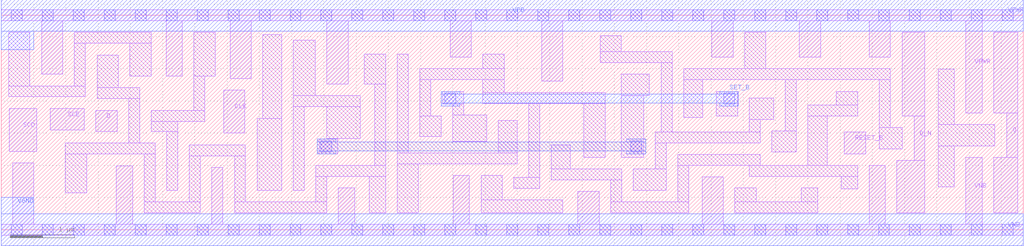
<source format=lef>
# Copyright 2020 The SkyWater PDK Authors
#
# Licensed under the Apache License, Version 2.0 (the "License");
# you may not use this file except in compliance with the License.
# You may obtain a copy of the License at
#
#     https://www.apache.org/licenses/LICENSE-2.0
#
# Unless required by applicable law or agreed to in writing, software
# distributed under the License is distributed on an "AS IS" BASIS,
# WITHOUT WARRANTIES OR CONDITIONS OF ANY KIND, either express or implied.
# See the License for the specific language governing permissions and
# limitations under the License.
#
# SPDX-License-Identifier: Apache-2.0

VERSION 5.7 ;
  NOWIREEXTENSIONATPIN ON ;
  DIVIDERCHAR "/" ;
  BUSBITCHARS "[]" ;
MACRO sky130_fd_sc_lp__sdfbbp_1
  CLASS CORE ;
  FOREIGN sky130_fd_sc_lp__sdfbbp_1 ;
  ORIGIN  0.000000  0.000000 ;
  SIZE  15.84000 BY  3.330000 ;
  SYMMETRY X Y R90 ;
  SITE unit ;
  PIN D
    ANTENNAGATEAREA  0.159000 ;
    DIRECTION INPUT ;
    USE SIGNAL ;
    PORT
      LAYER li1 ;
        RECT 1.465000 1.525000 1.795000 1.855000 ;
    END
  END D
  PIN Q
    ANTENNADIFFAREA  0.598500 ;
    DIRECTION OUTPUT ;
    USE SIGNAL ;
    PORT
      LAYER li1 ;
        RECT 15.380000 0.265000 15.750000 1.125000 ;
        RECT 15.380000 1.815000 15.750000 3.065000 ;
        RECT 15.580000 1.125000 15.750000 1.815000 ;
    END
  END Q
  PIN Q_N
    ANTENNADIFFAREA  0.598500 ;
    DIRECTION OUTPUT ;
    USE SIGNAL ;
    PORT
      LAYER li1 ;
        RECT 13.880000 0.265000 14.315000 1.075000 ;
        RECT 13.960000 1.765000 14.315000 3.065000 ;
        RECT 14.145000 1.075000 14.315000 1.765000 ;
    END
  END Q_N
  PIN RESET_B
    ANTENNAGATEAREA  0.159000 ;
    DIRECTION INPUT ;
    USE SIGNAL ;
    PORT
      LAYER li1 ;
        RECT 13.065000 1.180000 13.395000 1.515000 ;
    END
  END RESET_B
  PIN SCD
    ANTENNAGATEAREA  0.159000 ;
    DIRECTION INPUT ;
    USE SIGNAL ;
    PORT
      LAYER li1 ;
        RECT 0.125000 1.215000 0.550000 1.885000 ;
    END
  END SCD
  PIN SCE
    ANTENNAGATEAREA  0.318000 ;
    DIRECTION INPUT ;
    USE SIGNAL ;
    PORT
      LAYER li1 ;
        RECT 0.760000 1.550000 1.285000 1.880000 ;
    END
  END SCE
  PIN SET_B
    ANTENNAGATEAREA  0.444000 ;
    DIRECTION INPUT ;
    USE SIGNAL ;
    PORT
      LAYER met1 ;
        RECT  6.815000 1.920000  7.105000 1.965000 ;
        RECT  6.815000 1.965000 11.425000 2.105000 ;
        RECT  6.815000 2.105000  7.105000 2.150000 ;
        RECT 11.135000 1.920000 11.425000 1.965000 ;
        RECT 11.135000 2.105000 11.425000 2.150000 ;
    END
  END SET_B
  PIN CLK
    ANTENNAGATEAREA  0.159000 ;
    DIRECTION INPUT ;
    USE CLOCK ;
    PORT
      LAYER li1 ;
        RECT 3.445000 1.500000 3.775000 2.170000 ;
    END
  END CLK
  PIN VGND
    DIRECTION INOUT ;
    USE GROUND ;
    PORT
      LAYER met1 ;
        RECT 0.000000 -0.245000 15.840000 0.245000 ;
        RECT 0.000000  0.245000  0.500000 0.500000 ;
    END
  END VGND
  PIN VNB
    DIRECTION INOUT ;
    USE GROUND ;
    PORT
      LAYER li1 ;
        RECT  0.000000 -0.085000 15.840000 0.085000 ;
        RECT  0.175000  0.085000  0.505000 1.035000 ;
        RECT  1.785000  0.085000  2.035000 0.995000 ;
        RECT  3.265000  0.085000  3.435000 0.970000 ;
        RECT  5.225000  0.085000  5.475000 0.650000 ;
        RECT  7.005000  0.085000  7.255000 0.845000 ;
        RECT  8.935000  0.085000  9.265000 0.595000 ;
        RECT 10.860000  0.085000 11.190000 0.820000 ;
        RECT 13.450000  0.085000 13.700000 1.000000 ;
        RECT 14.950000  0.085000 15.200000 1.125000 ;
      LAYER mcon ;
        RECT  0.155000 -0.085000  0.325000 0.085000 ;
        RECT  0.635000 -0.085000  0.805000 0.085000 ;
        RECT  1.115000 -0.085000  1.285000 0.085000 ;
        RECT  1.595000 -0.085000  1.765000 0.085000 ;
        RECT  2.075000 -0.085000  2.245000 0.085000 ;
        RECT  2.555000 -0.085000  2.725000 0.085000 ;
        RECT  3.035000 -0.085000  3.205000 0.085000 ;
        RECT  3.515000 -0.085000  3.685000 0.085000 ;
        RECT  3.995000 -0.085000  4.165000 0.085000 ;
        RECT  4.475000 -0.085000  4.645000 0.085000 ;
        RECT  4.955000 -0.085000  5.125000 0.085000 ;
        RECT  5.435000 -0.085000  5.605000 0.085000 ;
        RECT  5.915000 -0.085000  6.085000 0.085000 ;
        RECT  6.395000 -0.085000  6.565000 0.085000 ;
        RECT  6.875000 -0.085000  7.045000 0.085000 ;
        RECT  7.355000 -0.085000  7.525000 0.085000 ;
        RECT  7.835000 -0.085000  8.005000 0.085000 ;
        RECT  8.315000 -0.085000  8.485000 0.085000 ;
        RECT  8.795000 -0.085000  8.965000 0.085000 ;
        RECT  9.275000 -0.085000  9.445000 0.085000 ;
        RECT  9.755000 -0.085000  9.925000 0.085000 ;
        RECT 10.235000 -0.085000 10.405000 0.085000 ;
        RECT 10.715000 -0.085000 10.885000 0.085000 ;
        RECT 11.195000 -0.085000 11.365000 0.085000 ;
        RECT 11.675000 -0.085000 11.845000 0.085000 ;
        RECT 12.155000 -0.085000 12.325000 0.085000 ;
        RECT 12.635000 -0.085000 12.805000 0.085000 ;
        RECT 13.115000 -0.085000 13.285000 0.085000 ;
        RECT 13.595000 -0.085000 13.765000 0.085000 ;
        RECT 14.075000 -0.085000 14.245000 0.085000 ;
        RECT 14.555000 -0.085000 14.725000 0.085000 ;
        RECT 15.035000 -0.085000 15.205000 0.085000 ;
        RECT 15.515000 -0.085000 15.685000 0.085000 ;
    END
  END VNB
  PIN VPB
    DIRECTION INOUT ;
    USE POWER ;
    PORT
      LAYER met1 ;
        RECT 0.000000 2.800000  0.500000 3.085000 ;
        RECT 0.000000 3.085000 15.840000 3.575000 ;
    END
  END VPB
  PIN VPWR
    DIRECTION INOUT ;
    USE POWER ;
    PORT
      LAYER li1 ;
        RECT  0.000000 3.245000 15.840000 3.415000 ;
        RECT  0.625000 2.415000  0.955000 3.245000 ;
        RECT  2.555000 2.385000  2.805000 3.245000 ;
        RECT  3.545000 2.350000  3.875000 3.245000 ;
        RECT  5.045000 2.265000  5.375000 3.245000 ;
        RECT  6.955000 2.680000  7.285000 3.245000 ;
        RECT  8.375000 2.310000  8.705000 3.245000 ;
        RECT 11.010000 2.680000 11.340000 3.245000 ;
        RECT 12.370000 2.680000 12.700000 3.245000 ;
        RECT 13.450000 2.680000 13.780000 3.245000 ;
        RECT 14.950000 1.815000 15.200000 3.245000 ;
      LAYER mcon ;
        RECT  0.155000 3.245000  0.325000 3.415000 ;
        RECT  0.635000 3.245000  0.805000 3.415000 ;
        RECT  1.115000 3.245000  1.285000 3.415000 ;
        RECT  1.595000 3.245000  1.765000 3.415000 ;
        RECT  2.075000 3.245000  2.245000 3.415000 ;
        RECT  2.555000 3.245000  2.725000 3.415000 ;
        RECT  3.035000 3.245000  3.205000 3.415000 ;
        RECT  3.515000 3.245000  3.685000 3.415000 ;
        RECT  3.995000 3.245000  4.165000 3.415000 ;
        RECT  4.475000 3.245000  4.645000 3.415000 ;
        RECT  4.955000 3.245000  5.125000 3.415000 ;
        RECT  5.435000 3.245000  5.605000 3.415000 ;
        RECT  5.915000 3.245000  6.085000 3.415000 ;
        RECT  6.395000 3.245000  6.565000 3.415000 ;
        RECT  6.875000 3.245000  7.045000 3.415000 ;
        RECT  7.355000 3.245000  7.525000 3.415000 ;
        RECT  7.835000 3.245000  8.005000 3.415000 ;
        RECT  8.315000 3.245000  8.485000 3.415000 ;
        RECT  8.795000 3.245000  8.965000 3.415000 ;
        RECT  9.275000 3.245000  9.445000 3.415000 ;
        RECT  9.755000 3.245000  9.925000 3.415000 ;
        RECT 10.235000 3.245000 10.405000 3.415000 ;
        RECT 10.715000 3.245000 10.885000 3.415000 ;
        RECT 11.195000 3.245000 11.365000 3.415000 ;
        RECT 11.675000 3.245000 11.845000 3.415000 ;
        RECT 12.155000 3.245000 12.325000 3.415000 ;
        RECT 12.635000 3.245000 12.805000 3.415000 ;
        RECT 13.115000 3.245000 13.285000 3.415000 ;
        RECT 13.595000 3.245000 13.765000 3.415000 ;
        RECT 14.075000 3.245000 14.245000 3.415000 ;
        RECT 14.555000 3.245000 14.725000 3.415000 ;
        RECT 15.035000 3.245000 15.205000 3.415000 ;
        RECT 15.515000 3.245000 15.685000 3.415000 ;
    END
  END VPWR
  OBS
    LAYER li1 ;
      RECT  0.115000 2.065000  1.305000 2.235000 ;
      RECT  0.115000 2.235000  0.445000 3.065000 ;
      RECT  0.995000 0.575000  1.325000 1.175000 ;
      RECT  0.995000 1.175000  2.385000 1.345000 ;
      RECT  1.135000 2.235000  1.305000 2.895000 ;
      RECT  1.135000 2.895000  2.325000 3.065000 ;
      RECT  1.485000 2.035000  2.145000 2.205000 ;
      RECT  1.485000 2.205000  1.815000 2.715000 ;
      RECT  1.975000 1.345000  2.145000 2.035000 ;
      RECT  1.995000 2.385000  2.325000 2.895000 ;
      RECT  2.215000 0.265000  3.085000 0.435000 ;
      RECT  2.215000 0.435000  2.385000 1.175000 ;
      RECT  2.325000 1.525000  2.735000 1.685000 ;
      RECT  2.325000 1.685000  3.155000 1.855000 ;
      RECT  2.565000 0.615000  2.735000 1.525000 ;
      RECT  2.915000 0.435000  3.085000 1.150000 ;
      RECT  2.915000 1.150000  3.785000 1.320000 ;
      RECT  2.985000 1.855000  3.155000 2.385000 ;
      RECT  2.985000 2.385000  3.315000 3.065000 ;
      RECT  3.615000 0.265000  5.045000 0.435000 ;
      RECT  3.615000 0.435000  3.785000 1.150000 ;
      RECT  3.965000 0.615000  4.345000 1.730000 ;
      RECT  4.055000 1.730000  4.345000 3.030000 ;
      RECT  4.525000 0.615000  4.695000 1.915000 ;
      RECT  4.525000 1.915000  5.560000 2.085000 ;
      RECT  4.525000 2.085000  4.865000 2.945000 ;
      RECT  4.875000 0.435000  5.045000 0.830000 ;
      RECT  4.875000 0.830000  5.955000 1.000000 ;
      RECT  4.925000 1.180000  5.215000 1.410000 ;
      RECT  5.045000 1.410000  5.215000 1.415000 ;
      RECT  5.045000 1.415000  5.560000 1.915000 ;
      RECT  5.625000 2.265000  5.955000 2.725000 ;
      RECT  5.705000 0.265000  5.955000 0.830000 ;
      RECT  5.785000 1.000000  5.955000 2.265000 ;
      RECT  6.135000 0.265000  6.465000 1.025000 ;
      RECT  6.135000 1.025000  7.995000 1.195000 ;
      RECT  6.135000 1.195000  6.305000 2.725000 ;
      RECT  6.485000 1.450000  6.815000 1.770000 ;
      RECT  6.485000 1.770000  6.655000 2.330000 ;
      RECT  6.485000 2.330000  7.795000 2.500000 ;
      RECT  6.845000 1.950000  7.165000 2.150000 ;
      RECT  6.995000 1.375000  7.525000 1.780000 ;
      RECT  6.995000 1.780000  7.165000 1.950000 ;
      RECT  7.435000 0.265000  8.705000 0.465000 ;
      RECT  7.435000 0.465000  7.765000 0.845000 ;
      RECT  7.465000 1.960000  9.360000 2.130000 ;
      RECT  7.465000 2.130000  7.795000 2.330000 ;
      RECT  7.465000 2.500000  7.795000 2.725000 ;
      RECT  7.705000 1.195000  7.995000 1.695000 ;
      RECT  7.945000 0.645000  8.345000 0.815000 ;
      RECT  8.175000 0.815000  8.345000 1.960000 ;
      RECT  8.525000 0.775000  9.615000 0.945000 ;
      RECT  8.525000 0.945000  8.820000 1.315000 ;
      RECT  9.030000 1.125000  9.360000 1.960000 ;
      RECT  9.280000 2.595000 10.395000 2.765000 ;
      RECT  9.280000 2.765000  9.610000 3.015000 ;
      RECT  9.445000 0.265000 10.655000 0.435000 ;
      RECT  9.445000 0.435000  9.615000 0.775000 ;
      RECT  9.610000 1.125000  9.955000 2.085000 ;
      RECT  9.610000 2.085000 10.045000 2.415000 ;
      RECT  9.795000 0.615000 10.305000 0.945000 ;
      RECT 10.135000 0.945000 10.305000 1.350000 ;
      RECT 10.135000 1.350000 11.760000 1.520000 ;
      RECT 10.225000 1.520000 10.395000 2.595000 ;
      RECT 10.485000 0.435000 10.655000 1.000000 ;
      RECT 10.485000 1.000000 11.760000 1.170000 ;
      RECT 10.575000 1.745000 10.870000 2.330000 ;
      RECT 10.575000 2.330000 13.780000 2.500000 ;
      RECT 11.080000 1.765000 11.410000 2.150000 ;
      RECT 11.370000 0.265000 12.650000 0.435000 ;
      RECT 11.370000 0.435000 11.700000 0.650000 ;
      RECT 11.520000 2.500000 11.850000 3.065000 ;
      RECT 11.590000 0.830000 13.270000 1.000000 ;
      RECT 11.590000 1.520000 11.760000 1.715000 ;
      RECT 11.590000 1.715000 11.970000 2.045000 ;
      RECT 11.940000 1.205000 12.320000 1.535000 ;
      RECT 12.150000 1.535000 12.320000 2.330000 ;
      RECT 12.400000 0.435000 12.650000 0.650000 ;
      RECT 12.500000 1.000000 12.800000 1.765000 ;
      RECT 12.500000 1.765000 13.270000 1.935000 ;
      RECT 12.940000 1.935000 13.270000 2.150000 ;
      RECT 13.020000 0.635000 13.270000 0.830000 ;
      RECT 13.610000 1.255000 13.965000 1.585000 ;
      RECT 13.610000 1.585000 13.780000 2.330000 ;
      RECT 14.520000 0.665000 14.770000 1.305000 ;
      RECT 14.520000 1.305000 15.400000 1.635000 ;
      RECT 14.520000 1.635000 14.770000 2.495000 ;
    LAYER mcon ;
      RECT  4.955000 1.210000  5.125000 1.380000 ;
      RECT  6.875000 1.950000  7.045000 2.120000 ;
      RECT  9.755000 1.210000  9.925000 1.380000 ;
      RECT 11.195000 1.950000 11.365000 2.120000 ;
    LAYER met1 ;
      RECT 4.895000 1.180000 5.185000 1.225000 ;
      RECT 4.895000 1.225000 9.985000 1.365000 ;
      RECT 4.895000 1.365000 5.185000 1.410000 ;
      RECT 9.695000 1.180000 9.985000 1.225000 ;
      RECT 9.695000 1.365000 9.985000 1.410000 ;
  END
END sky130_fd_sc_lp__sdfbbp_1
END LIBRARY

</source>
